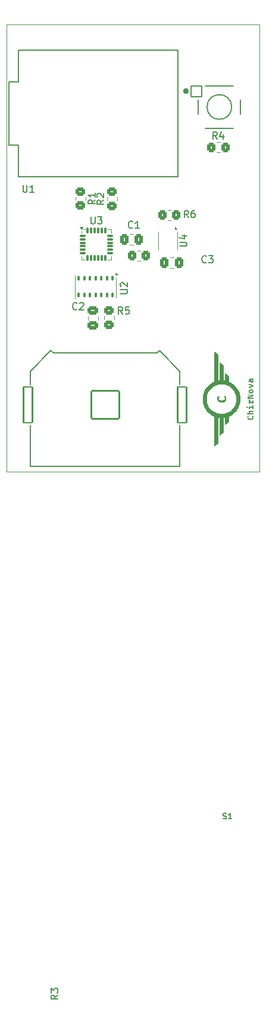
<source format=gto>
%TF.GenerationSoftware,KiCad,Pcbnew,8.0.8*%
%TF.CreationDate,2025-05-01T15:14:52+05:30*%
%TF.ProjectId,smart_ringfinal,736d6172-745f-4726-996e-6766696e616c,rev?*%
%TF.SameCoordinates,Original*%
%TF.FileFunction,Legend,Top*%
%TF.FilePolarity,Positive*%
%FSLAX46Y46*%
G04 Gerber Fmt 4.6, Leading zero omitted, Abs format (unit mm)*
G04 Created by KiCad (PCBNEW 8.0.8) date 2025-05-01 15:14:52*
%MOMM*%
%LPD*%
G01*
G04 APERTURE LIST*
G04 Aperture macros list*
%AMRoundRect*
0 Rectangle with rounded corners*
0 $1 Rounding radius*
0 $2 $3 $4 $5 $6 $7 $8 $9 X,Y pos of 4 corners*
0 Add a 4 corners polygon primitive as box body*
4,1,4,$2,$3,$4,$5,$6,$7,$8,$9,$2,$3,0*
0 Add four circle primitives for the rounded corners*
1,1,$1+$1,$2,$3*
1,1,$1+$1,$4,$5*
1,1,$1+$1,$6,$7*
1,1,$1+$1,$8,$9*
0 Add four rect primitives between the rounded corners*
20,1,$1+$1,$2,$3,$4,$5,0*
20,1,$1+$1,$4,$5,$6,$7,0*
20,1,$1+$1,$6,$7,$8,$9,0*
20,1,$1+$1,$8,$9,$2,$3,0*%
%AMFreePoly0*
4,1,6,0.500000,-0.850000,-0.500000,-0.850000,-0.500000,0.550000,-0.200000,0.850000,0.500000,0.850000,0.500000,-0.850000,0.500000,-0.850000,$1*%
G04 Aperture macros list end*
%ADD10C,0.150000*%
%ADD11C,0.120000*%
%ADD12C,0.127000*%
%ADD13C,0.400000*%
%ADD14C,0.000000*%
%ADD15RoundRect,0.075000X-0.350000X-0.075000X0.350000X-0.075000X0.350000X0.075000X-0.350000X0.075000X0*%
%ADD16RoundRect,0.075000X0.075000X-0.350000X0.075000X0.350000X-0.075000X0.350000X-0.075000X-0.350000X0*%
%ADD17RoundRect,0.250000X-0.475000X0.337500X-0.475000X-0.337500X0.475000X-0.337500X0.475000X0.337500X0*%
%ADD18RoundRect,0.250000X0.450000X-0.350000X0.450000X0.350000X-0.450000X0.350000X-0.450000X-0.350000X0*%
%ADD19RoundRect,0.250000X-0.350000X-0.450000X0.350000X-0.450000X0.350000X0.450000X-0.350000X0.450000X0*%
%ADD20RoundRect,0.250000X0.337500X0.475000X-0.337500X0.475000X-0.337500X-0.475000X0.337500X-0.475000X0*%
%ADD21C,2.109000*%
%ADD22RoundRect,0.102000X-1.980000X-1.980000X1.980000X-1.980000X1.980000X1.980000X-1.980000X1.980000X0*%
%ADD23RoundRect,0.102000X-0.635000X-2.540000X0.635000X-2.540000X0.635000X2.540000X-0.635000X2.540000X0*%
%ADD24RoundRect,0.250000X-0.450000X0.350000X-0.450000X-0.350000X0.450000X-0.350000X0.450000X0.350000X0*%
%ADD25RoundRect,0.102000X-0.749000X-0.749000X0.749000X-0.749000X0.749000X0.749000X-0.749000X0.749000X0*%
%ADD26C,1.702000*%
%ADD27RoundRect,0.087500X-0.087500X0.287500X-0.087500X-0.287500X0.087500X-0.287500X0.087500X0.287500X0*%
%ADD28R,0.250000X0.550000*%
%ADD29FreePoly0,270.000000*%
%TA.AperFunction,Profile*%
%ADD30C,0.050000*%
%TD*%
G04 APERTURE END LIST*
D10*
X118063095Y-144304819D02*
X118063095Y-145114342D01*
X118063095Y-145114342D02*
X118110714Y-145209580D01*
X118110714Y-145209580D02*
X118158333Y-145257200D01*
X118158333Y-145257200D02*
X118253571Y-145304819D01*
X118253571Y-145304819D02*
X118444047Y-145304819D01*
X118444047Y-145304819D02*
X118539285Y-145257200D01*
X118539285Y-145257200D02*
X118586904Y-145209580D01*
X118586904Y-145209580D02*
X118634523Y-145114342D01*
X118634523Y-145114342D02*
X118634523Y-144304819D01*
X119015476Y-144304819D02*
X119634523Y-144304819D01*
X119634523Y-144304819D02*
X119301190Y-144685771D01*
X119301190Y-144685771D02*
X119444047Y-144685771D01*
X119444047Y-144685771D02*
X119539285Y-144733390D01*
X119539285Y-144733390D02*
X119586904Y-144781009D01*
X119586904Y-144781009D02*
X119634523Y-144876247D01*
X119634523Y-144876247D02*
X119634523Y-145114342D01*
X119634523Y-145114342D02*
X119586904Y-145209580D01*
X119586904Y-145209580D02*
X119539285Y-145257200D01*
X119539285Y-145257200D02*
X119444047Y-145304819D01*
X119444047Y-145304819D02*
X119158333Y-145304819D01*
X119158333Y-145304819D02*
X119063095Y-145257200D01*
X119063095Y-145257200D02*
X119015476Y-145209580D01*
X116073333Y-157379580D02*
X116025714Y-157427200D01*
X116025714Y-157427200D02*
X115882857Y-157474819D01*
X115882857Y-157474819D02*
X115787619Y-157474819D01*
X115787619Y-157474819D02*
X115644762Y-157427200D01*
X115644762Y-157427200D02*
X115549524Y-157331961D01*
X115549524Y-157331961D02*
X115501905Y-157236723D01*
X115501905Y-157236723D02*
X115454286Y-157046247D01*
X115454286Y-157046247D02*
X115454286Y-156903390D01*
X115454286Y-156903390D02*
X115501905Y-156712914D01*
X115501905Y-156712914D02*
X115549524Y-156617676D01*
X115549524Y-156617676D02*
X115644762Y-156522438D01*
X115644762Y-156522438D02*
X115787619Y-156474819D01*
X115787619Y-156474819D02*
X115882857Y-156474819D01*
X115882857Y-156474819D02*
X116025714Y-156522438D01*
X116025714Y-156522438D02*
X116073333Y-156570057D01*
X116454286Y-156570057D02*
X116501905Y-156522438D01*
X116501905Y-156522438D02*
X116597143Y-156474819D01*
X116597143Y-156474819D02*
X116835238Y-156474819D01*
X116835238Y-156474819D02*
X116930476Y-156522438D01*
X116930476Y-156522438D02*
X116978095Y-156570057D01*
X116978095Y-156570057D02*
X117025714Y-156665295D01*
X117025714Y-156665295D02*
X117025714Y-156760533D01*
X117025714Y-156760533D02*
X116978095Y-156903390D01*
X116978095Y-156903390D02*
X116406667Y-157474819D01*
X116406667Y-157474819D02*
X117025714Y-157474819D01*
X119879819Y-141916666D02*
X119403628Y-142249999D01*
X119879819Y-142488094D02*
X118879819Y-142488094D01*
X118879819Y-142488094D02*
X118879819Y-142107142D01*
X118879819Y-142107142D02*
X118927438Y-142011904D01*
X118927438Y-142011904D02*
X118975057Y-141964285D01*
X118975057Y-141964285D02*
X119070295Y-141916666D01*
X119070295Y-141916666D02*
X119213152Y-141916666D01*
X119213152Y-141916666D02*
X119308390Y-141964285D01*
X119308390Y-141964285D02*
X119356009Y-142011904D01*
X119356009Y-142011904D02*
X119403628Y-142107142D01*
X119403628Y-142107142D02*
X119403628Y-142488094D01*
X118975057Y-141535713D02*
X118927438Y-141488094D01*
X118927438Y-141488094D02*
X118879819Y-141392856D01*
X118879819Y-141392856D02*
X118879819Y-141154761D01*
X118879819Y-141154761D02*
X118927438Y-141059523D01*
X118927438Y-141059523D02*
X118975057Y-141011904D01*
X118975057Y-141011904D02*
X119070295Y-140964285D01*
X119070295Y-140964285D02*
X119165533Y-140964285D01*
X119165533Y-140964285D02*
X119308390Y-141011904D01*
X119308390Y-141011904D02*
X119879819Y-141583332D01*
X119879819Y-141583332D02*
X119879819Y-140964285D01*
X113357319Y-254656666D02*
X112881128Y-254989999D01*
X113357319Y-255228094D02*
X112357319Y-255228094D01*
X112357319Y-255228094D02*
X112357319Y-254847142D01*
X112357319Y-254847142D02*
X112404938Y-254751904D01*
X112404938Y-254751904D02*
X112452557Y-254704285D01*
X112452557Y-254704285D02*
X112547795Y-254656666D01*
X112547795Y-254656666D02*
X112690652Y-254656666D01*
X112690652Y-254656666D02*
X112785890Y-254704285D01*
X112785890Y-254704285D02*
X112833509Y-254751904D01*
X112833509Y-254751904D02*
X112881128Y-254847142D01*
X112881128Y-254847142D02*
X112881128Y-255228094D01*
X112357319Y-254323332D02*
X112357319Y-253704285D01*
X112357319Y-253704285D02*
X112738271Y-254037618D01*
X112738271Y-254037618D02*
X112738271Y-253894761D01*
X112738271Y-253894761D02*
X112785890Y-253799523D01*
X112785890Y-253799523D02*
X112833509Y-253751904D01*
X112833509Y-253751904D02*
X112928747Y-253704285D01*
X112928747Y-253704285D02*
X113166842Y-253704285D01*
X113166842Y-253704285D02*
X113262080Y-253751904D01*
X113262080Y-253751904D02*
X113309700Y-253799523D01*
X113309700Y-253799523D02*
X113357319Y-253894761D01*
X113357319Y-253894761D02*
X113357319Y-254180475D01*
X113357319Y-254180475D02*
X113309700Y-254275713D01*
X113309700Y-254275713D02*
X113262080Y-254323332D01*
X134463333Y-150729580D02*
X134415714Y-150777200D01*
X134415714Y-150777200D02*
X134272857Y-150824819D01*
X134272857Y-150824819D02*
X134177619Y-150824819D01*
X134177619Y-150824819D02*
X134034762Y-150777200D01*
X134034762Y-150777200D02*
X133939524Y-150681961D01*
X133939524Y-150681961D02*
X133891905Y-150586723D01*
X133891905Y-150586723D02*
X133844286Y-150396247D01*
X133844286Y-150396247D02*
X133844286Y-150253390D01*
X133844286Y-150253390D02*
X133891905Y-150062914D01*
X133891905Y-150062914D02*
X133939524Y-149967676D01*
X133939524Y-149967676D02*
X134034762Y-149872438D01*
X134034762Y-149872438D02*
X134177619Y-149824819D01*
X134177619Y-149824819D02*
X134272857Y-149824819D01*
X134272857Y-149824819D02*
X134415714Y-149872438D01*
X134415714Y-149872438D02*
X134463333Y-149920057D01*
X134796667Y-149824819D02*
X135415714Y-149824819D01*
X135415714Y-149824819D02*
X135082381Y-150205771D01*
X135082381Y-150205771D02*
X135225238Y-150205771D01*
X135225238Y-150205771D02*
X135320476Y-150253390D01*
X135320476Y-150253390D02*
X135368095Y-150301009D01*
X135368095Y-150301009D02*
X135415714Y-150396247D01*
X135415714Y-150396247D02*
X135415714Y-150634342D01*
X135415714Y-150634342D02*
X135368095Y-150729580D01*
X135368095Y-150729580D02*
X135320476Y-150777200D01*
X135320476Y-150777200D02*
X135225238Y-150824819D01*
X135225238Y-150824819D02*
X134939524Y-150824819D01*
X134939524Y-150824819D02*
X134844286Y-150777200D01*
X134844286Y-150777200D02*
X134796667Y-150729580D01*
X123983333Y-145829580D02*
X123935714Y-145877200D01*
X123935714Y-145877200D02*
X123792857Y-145924819D01*
X123792857Y-145924819D02*
X123697619Y-145924819D01*
X123697619Y-145924819D02*
X123554762Y-145877200D01*
X123554762Y-145877200D02*
X123459524Y-145781961D01*
X123459524Y-145781961D02*
X123411905Y-145686723D01*
X123411905Y-145686723D02*
X123364286Y-145496247D01*
X123364286Y-145496247D02*
X123364286Y-145353390D01*
X123364286Y-145353390D02*
X123411905Y-145162914D01*
X123411905Y-145162914D02*
X123459524Y-145067676D01*
X123459524Y-145067676D02*
X123554762Y-144972438D01*
X123554762Y-144972438D02*
X123697619Y-144924819D01*
X123697619Y-144924819D02*
X123792857Y-144924819D01*
X123792857Y-144924819D02*
X123935714Y-144972438D01*
X123935714Y-144972438D02*
X123983333Y-145020057D01*
X124935714Y-145924819D02*
X124364286Y-145924819D01*
X124650000Y-145924819D02*
X124650000Y-144924819D01*
X124650000Y-144924819D02*
X124554762Y-145067676D01*
X124554762Y-145067676D02*
X124459524Y-145162914D01*
X124459524Y-145162914D02*
X124364286Y-145210533D01*
X108388095Y-139804819D02*
X108388095Y-140614342D01*
X108388095Y-140614342D02*
X108435714Y-140709580D01*
X108435714Y-140709580D02*
X108483333Y-140757200D01*
X108483333Y-140757200D02*
X108578571Y-140804819D01*
X108578571Y-140804819D02*
X108769047Y-140804819D01*
X108769047Y-140804819D02*
X108864285Y-140757200D01*
X108864285Y-140757200D02*
X108911904Y-140709580D01*
X108911904Y-140709580D02*
X108959523Y-140614342D01*
X108959523Y-140614342D02*
X108959523Y-139804819D01*
X109959523Y-140804819D02*
X109388095Y-140804819D01*
X109673809Y-140804819D02*
X109673809Y-139804819D01*
X109673809Y-139804819D02*
X109578571Y-139947676D01*
X109578571Y-139947676D02*
X109483333Y-140042914D01*
X109483333Y-140042914D02*
X109388095Y-140090533D01*
X136008333Y-133254819D02*
X135675000Y-132778628D01*
X135436905Y-133254819D02*
X135436905Y-132254819D01*
X135436905Y-132254819D02*
X135817857Y-132254819D01*
X135817857Y-132254819D02*
X135913095Y-132302438D01*
X135913095Y-132302438D02*
X135960714Y-132350057D01*
X135960714Y-132350057D02*
X136008333Y-132445295D01*
X136008333Y-132445295D02*
X136008333Y-132588152D01*
X136008333Y-132588152D02*
X135960714Y-132683390D01*
X135960714Y-132683390D02*
X135913095Y-132731009D01*
X135913095Y-132731009D02*
X135817857Y-132778628D01*
X135817857Y-132778628D02*
X135436905Y-132778628D01*
X136865476Y-132588152D02*
X136865476Y-133254819D01*
X136627381Y-132207200D02*
X136389286Y-132921485D01*
X136389286Y-132921485D02*
X137008333Y-132921485D01*
X118679819Y-141891666D02*
X118203628Y-142224999D01*
X118679819Y-142463094D02*
X117679819Y-142463094D01*
X117679819Y-142463094D02*
X117679819Y-142082142D01*
X117679819Y-142082142D02*
X117727438Y-141986904D01*
X117727438Y-141986904D02*
X117775057Y-141939285D01*
X117775057Y-141939285D02*
X117870295Y-141891666D01*
X117870295Y-141891666D02*
X118013152Y-141891666D01*
X118013152Y-141891666D02*
X118108390Y-141939285D01*
X118108390Y-141939285D02*
X118156009Y-141986904D01*
X118156009Y-141986904D02*
X118203628Y-142082142D01*
X118203628Y-142082142D02*
X118203628Y-142463094D01*
X118679819Y-140939285D02*
X118679819Y-141510713D01*
X118679819Y-141224999D02*
X117679819Y-141224999D01*
X117679819Y-141224999D02*
X117822676Y-141320237D01*
X117822676Y-141320237D02*
X117917914Y-141415475D01*
X117917914Y-141415475D02*
X117965533Y-141510713D01*
X136857063Y-229639697D02*
X136971520Y-229677849D01*
X136971520Y-229677849D02*
X137162281Y-229677849D01*
X137162281Y-229677849D02*
X137238586Y-229639697D01*
X137238586Y-229639697D02*
X137276738Y-229601544D01*
X137276738Y-229601544D02*
X137314890Y-229525240D01*
X137314890Y-229525240D02*
X137314890Y-229448935D01*
X137314890Y-229448935D02*
X137276738Y-229372631D01*
X137276738Y-229372631D02*
X137238586Y-229334479D01*
X137238586Y-229334479D02*
X137162281Y-229296326D01*
X137162281Y-229296326D02*
X137009672Y-229258174D01*
X137009672Y-229258174D02*
X136933368Y-229220022D01*
X136933368Y-229220022D02*
X136895216Y-229181870D01*
X136895216Y-229181870D02*
X136857063Y-229105565D01*
X136857063Y-229105565D02*
X136857063Y-229029261D01*
X136857063Y-229029261D02*
X136895216Y-228952956D01*
X136895216Y-228952956D02*
X136933368Y-228914804D01*
X136933368Y-228914804D02*
X137009672Y-228876652D01*
X137009672Y-228876652D02*
X137200434Y-228876652D01*
X137200434Y-228876652D02*
X137314890Y-228914804D01*
X138077935Y-229677849D02*
X137620108Y-229677849D01*
X137849022Y-229677849D02*
X137849022Y-228876652D01*
X137849022Y-228876652D02*
X137772717Y-228991108D01*
X137772717Y-228991108D02*
X137696413Y-229067413D01*
X137696413Y-229067413D02*
X137620108Y-229105565D01*
X122249819Y-155181904D02*
X123059342Y-155181904D01*
X123059342Y-155181904D02*
X123154580Y-155134285D01*
X123154580Y-155134285D02*
X123202200Y-155086666D01*
X123202200Y-155086666D02*
X123249819Y-154991428D01*
X123249819Y-154991428D02*
X123249819Y-154800952D01*
X123249819Y-154800952D02*
X123202200Y-154705714D01*
X123202200Y-154705714D02*
X123154580Y-154658095D01*
X123154580Y-154658095D02*
X123059342Y-154610476D01*
X123059342Y-154610476D02*
X122249819Y-154610476D01*
X122345057Y-154181904D02*
X122297438Y-154134285D01*
X122297438Y-154134285D02*
X122249819Y-154039047D01*
X122249819Y-154039047D02*
X122249819Y-153800952D01*
X122249819Y-153800952D02*
X122297438Y-153705714D01*
X122297438Y-153705714D02*
X122345057Y-153658095D01*
X122345057Y-153658095D02*
X122440295Y-153610476D01*
X122440295Y-153610476D02*
X122535533Y-153610476D01*
X122535533Y-153610476D02*
X122678390Y-153658095D01*
X122678390Y-153658095D02*
X123249819Y-154229523D01*
X123249819Y-154229523D02*
X123249819Y-153610476D01*
X122573333Y-158084819D02*
X122240000Y-157608628D01*
X122001905Y-158084819D02*
X122001905Y-157084819D01*
X122001905Y-157084819D02*
X122382857Y-157084819D01*
X122382857Y-157084819D02*
X122478095Y-157132438D01*
X122478095Y-157132438D02*
X122525714Y-157180057D01*
X122525714Y-157180057D02*
X122573333Y-157275295D01*
X122573333Y-157275295D02*
X122573333Y-157418152D01*
X122573333Y-157418152D02*
X122525714Y-157513390D01*
X122525714Y-157513390D02*
X122478095Y-157561009D01*
X122478095Y-157561009D02*
X122382857Y-157608628D01*
X122382857Y-157608628D02*
X122001905Y-157608628D01*
X123478095Y-157084819D02*
X123001905Y-157084819D01*
X123001905Y-157084819D02*
X122954286Y-157561009D01*
X122954286Y-157561009D02*
X123001905Y-157513390D01*
X123001905Y-157513390D02*
X123097143Y-157465771D01*
X123097143Y-157465771D02*
X123335238Y-157465771D01*
X123335238Y-157465771D02*
X123430476Y-157513390D01*
X123430476Y-157513390D02*
X123478095Y-157561009D01*
X123478095Y-157561009D02*
X123525714Y-157656247D01*
X123525714Y-157656247D02*
X123525714Y-157894342D01*
X123525714Y-157894342D02*
X123478095Y-157989580D01*
X123478095Y-157989580D02*
X123430476Y-158037200D01*
X123430476Y-158037200D02*
X123335238Y-158084819D01*
X123335238Y-158084819D02*
X123097143Y-158084819D01*
X123097143Y-158084819D02*
X123001905Y-158037200D01*
X123001905Y-158037200D02*
X122954286Y-157989580D01*
X131923333Y-144404819D02*
X131590000Y-143928628D01*
X131351905Y-144404819D02*
X131351905Y-143404819D01*
X131351905Y-143404819D02*
X131732857Y-143404819D01*
X131732857Y-143404819D02*
X131828095Y-143452438D01*
X131828095Y-143452438D02*
X131875714Y-143500057D01*
X131875714Y-143500057D02*
X131923333Y-143595295D01*
X131923333Y-143595295D02*
X131923333Y-143738152D01*
X131923333Y-143738152D02*
X131875714Y-143833390D01*
X131875714Y-143833390D02*
X131828095Y-143881009D01*
X131828095Y-143881009D02*
X131732857Y-143928628D01*
X131732857Y-143928628D02*
X131351905Y-143928628D01*
X132780476Y-143404819D02*
X132590000Y-143404819D01*
X132590000Y-143404819D02*
X132494762Y-143452438D01*
X132494762Y-143452438D02*
X132447143Y-143500057D01*
X132447143Y-143500057D02*
X132351905Y-143642914D01*
X132351905Y-143642914D02*
X132304286Y-143833390D01*
X132304286Y-143833390D02*
X132304286Y-144214342D01*
X132304286Y-144214342D02*
X132351905Y-144309580D01*
X132351905Y-144309580D02*
X132399524Y-144357200D01*
X132399524Y-144357200D02*
X132494762Y-144404819D01*
X132494762Y-144404819D02*
X132685238Y-144404819D01*
X132685238Y-144404819D02*
X132780476Y-144357200D01*
X132780476Y-144357200D02*
X132828095Y-144309580D01*
X132828095Y-144309580D02*
X132875714Y-144214342D01*
X132875714Y-144214342D02*
X132875714Y-143976247D01*
X132875714Y-143976247D02*
X132828095Y-143881009D01*
X132828095Y-143881009D02*
X132780476Y-143833390D01*
X132780476Y-143833390D02*
X132685238Y-143785771D01*
X132685238Y-143785771D02*
X132494762Y-143785771D01*
X132494762Y-143785771D02*
X132399524Y-143833390D01*
X132399524Y-143833390D02*
X132351905Y-143881009D01*
X132351905Y-143881009D02*
X132304286Y-143976247D01*
X130679819Y-148461904D02*
X131489342Y-148461904D01*
X131489342Y-148461904D02*
X131584580Y-148414285D01*
X131584580Y-148414285D02*
X131632200Y-148366666D01*
X131632200Y-148366666D02*
X131679819Y-148271428D01*
X131679819Y-148271428D02*
X131679819Y-148080952D01*
X131679819Y-148080952D02*
X131632200Y-147985714D01*
X131632200Y-147985714D02*
X131584580Y-147938095D01*
X131584580Y-147938095D02*
X131489342Y-147890476D01*
X131489342Y-147890476D02*
X130679819Y-147890476D01*
X131013152Y-146985714D02*
X131679819Y-146985714D01*
X130632200Y-147223809D02*
X131346485Y-147461904D01*
X131346485Y-147461904D02*
X131346485Y-146842857D01*
D11*
%TO.C,U3*%
X116675000Y-146540000D02*
X116675000Y-146315000D01*
X116675000Y-150375000D02*
X116675000Y-149850000D01*
X116675000Y-150375000D02*
X117200000Y-150375000D01*
X117200000Y-146075000D02*
X116975000Y-146075000D01*
X120975000Y-146075000D02*
X120450000Y-146075000D01*
X120975000Y-146075000D02*
X120975000Y-146600000D01*
X120975000Y-150375000D02*
X120450000Y-150375000D01*
X120975000Y-150375000D02*
X120975000Y-149850000D01*
X116675000Y-146075000D02*
X116435000Y-145745000D01*
X116915000Y-145745000D01*
X116675000Y-146075000D01*
G36*
X116675000Y-146075000D02*
G01*
X116435000Y-145745000D01*
X116915000Y-145745000D01*
X116675000Y-146075000D01*
G37*
%TO.C,C2*%
X117615000Y-158401248D02*
X117615000Y-158923752D01*
X119085000Y-158401248D02*
X119085000Y-158923752D01*
%TO.C,R2*%
X120340000Y-141977064D02*
X120340000Y-141522936D01*
X121810000Y-141977064D02*
X121810000Y-141522936D01*
%TO.C,R3*%
X124647936Y-149090000D02*
X125102064Y-149090000D01*
X124647936Y-150560000D02*
X125102064Y-150560000D01*
%TO.C,C3*%
X129823752Y-150090000D02*
X129301248Y-150090000D01*
X129823752Y-151560000D02*
X129301248Y-151560000D01*
%TO.C,C1*%
X124098752Y-146765000D02*
X123576248Y-146765000D01*
X124098752Y-148235000D02*
X123576248Y-148235000D01*
D12*
%TO.C,U1*%
X106420000Y-125145000D02*
X106420000Y-134145000D01*
X106420000Y-125145000D02*
X107720000Y-125145000D01*
X106420000Y-134145000D02*
X107720000Y-134145000D01*
X107720000Y-120645000D02*
X107720000Y-125145000D01*
X107720000Y-134145000D02*
X107720000Y-138645000D01*
X130420000Y-120645000D02*
X107720000Y-120645000D01*
X130420000Y-120645000D02*
X130420000Y-138645000D01*
X130420000Y-138645000D02*
X107720000Y-138645000D01*
%TO.C,BT1*%
X109475000Y-166257030D02*
X109475000Y-168080000D01*
X109475000Y-179708600D02*
X109475000Y-173880000D01*
X109475000Y-179708600D02*
X130685000Y-179708600D01*
X112345870Y-163238540D02*
X109475000Y-166257030D01*
X112345870Y-163238540D02*
X112714000Y-163588600D01*
X112714000Y-163588600D02*
X127446000Y-163588600D01*
X127446000Y-163588600D02*
X127814130Y-163238540D01*
X127814130Y-163238540D02*
X130685000Y-166257030D01*
X130685000Y-166257030D02*
X130685000Y-168080000D01*
X130685000Y-179708600D02*
X130685000Y-173880000D01*
D11*
%TO.C,R4*%
X135947936Y-133715000D02*
X136402064Y-133715000D01*
X135947936Y-135185000D02*
X136402064Y-135185000D01*
%TO.C,R1*%
X115840000Y-141497936D02*
X115840000Y-141952064D01*
X117310000Y-141497936D02*
X117310000Y-141952064D01*
D12*
%TO.C,S1*%
X133325000Y-127725000D02*
X133325000Y-129725000D01*
X134325000Y-125725000D02*
X138325000Y-125725000D01*
X134325000Y-131725000D02*
X138325000Y-131725000D01*
X139325000Y-127725000D02*
X139325000Y-129725000D01*
D13*
X131775000Y-126475000D02*
G75*
G02*
X131375000Y-126475000I-200000J0D01*
G01*
X131375000Y-126475000D02*
G75*
G02*
X131775000Y-126475000I200000J0D01*
G01*
D12*
X138075000Y-128725000D02*
G75*
G02*
X134575000Y-128725000I-1750000J0D01*
G01*
X134575000Y-128725000D02*
G75*
G02*
X138075000Y-128725000I1750000J0D01*
G01*
D14*
%TO.C,G\u002A\u002A\u002A*%
G36*
X140335063Y-171199500D02*
G01*
X140367108Y-171227634D01*
X140380063Y-171254650D01*
X140389990Y-171285139D01*
X140391871Y-171304444D01*
X140385923Y-171324987D01*
X140381484Y-171336126D01*
X140362920Y-171363847D01*
X140341976Y-171383024D01*
X140299326Y-171400584D01*
X140258137Y-171397120D01*
X140222880Y-171376440D01*
X140198027Y-171342351D01*
X140188051Y-171298660D01*
X140194413Y-171257403D01*
X140217684Y-171215636D01*
X140254574Y-171194329D01*
X140287583Y-171190517D01*
X140335063Y-171199500D01*
G37*
G36*
X141156760Y-171279350D02*
G01*
X141156760Y-171540689D01*
X141094230Y-171540689D01*
X141031699Y-171540689D01*
X141031699Y-171453146D01*
X141031699Y-171365603D01*
X140837854Y-171365603D01*
X140644008Y-171365603D01*
X140644008Y-171453146D01*
X140644008Y-171540689D01*
X140581477Y-171540689D01*
X140518947Y-171540689D01*
X140518947Y-171365603D01*
X140519215Y-171295918D01*
X140520337Y-171247435D01*
X140522784Y-171216345D01*
X140527029Y-171198841D01*
X140533547Y-171191114D01*
X140540832Y-171189407D01*
X140559865Y-171189009D01*
X140599546Y-171188573D01*
X140655515Y-171188135D01*
X140723408Y-171187727D01*
X140797209Y-171187392D01*
X141031699Y-171186487D01*
X141031699Y-171102984D01*
X141031699Y-171019481D01*
X141094230Y-171018746D01*
X141156760Y-171018011D01*
X141156760Y-171279350D01*
G37*
G36*
X140534000Y-167954026D02*
G01*
X140549923Y-167959311D01*
X140586259Y-167971194D01*
X140639625Y-167988574D01*
X140706636Y-168010349D01*
X140783907Y-168035419D01*
X140853486Y-168057964D01*
X141156760Y-168156178D01*
X141156760Y-168265334D01*
X141156760Y-168374489D01*
X140837854Y-168480880D01*
X140518947Y-168587270D01*
X140518947Y-168488792D01*
X140518947Y-168390314D01*
X140559592Y-168379092D01*
X140585355Y-168372410D01*
X140630327Y-168361187D01*
X140689384Y-168346684D01*
X140757406Y-168330160D01*
X140803308Y-168319100D01*
X140870575Y-168302578D01*
X140928449Y-168287665D01*
X140972932Y-168275447D01*
X141000027Y-168267010D01*
X141006533Y-168263833D01*
X140995067Y-168258857D01*
X140962998Y-168248765D01*
X140913964Y-168234603D01*
X140851602Y-168217416D01*
X140779550Y-168198250D01*
X140765943Y-168194699D01*
X140525200Y-168132062D01*
X140521494Y-168040182D01*
X140520523Y-167991531D01*
X140522853Y-167963972D01*
X140529031Y-167953735D01*
X140534000Y-167954026D01*
G37*
G36*
X141144254Y-171860814D02*
G01*
X141144254Y-171953392D01*
X140912068Y-171953392D01*
X140829776Y-171954091D01*
X140759251Y-171956066D01*
X140704077Y-171959137D01*
X140667836Y-171963123D01*
X140655692Y-171966338D01*
X140635760Y-171989542D01*
X140632777Y-172024313D01*
X140646318Y-172064225D01*
X140663879Y-172090000D01*
X140696256Y-172128478D01*
X140920255Y-172128478D01*
X141144254Y-172128478D01*
X141144254Y-172222274D01*
X141144254Y-172316071D01*
X140700286Y-172316071D01*
X140256317Y-172316071D01*
X140256180Y-172269173D01*
X140253819Y-172222432D01*
X140248330Y-172175615D01*
X140248290Y-172175376D01*
X140240539Y-172128478D01*
X140404087Y-172128478D01*
X140567635Y-172128478D01*
X140530785Y-172058425D01*
X140503467Y-171994549D01*
X140495407Y-171939913D01*
X140506126Y-171888390D01*
X140515839Y-171866738D01*
X140531485Y-171838003D01*
X140547691Y-171815852D01*
X140567809Y-171799392D01*
X140595192Y-171787728D01*
X140633190Y-171779966D01*
X140685156Y-171775213D01*
X140754442Y-171772573D01*
X140844399Y-171771153D01*
X140875362Y-171770837D01*
X141144254Y-171768235D01*
X141144254Y-171860814D01*
G37*
G36*
X141154103Y-169604545D02*
G01*
X141150507Y-169719410D01*
X140819094Y-169829246D01*
X140736089Y-169857113D01*
X140664112Y-169881979D01*
X140605601Y-169902943D01*
X140562995Y-169919102D01*
X140538731Y-169929557D01*
X140535248Y-169933405D01*
X140537706Y-169933254D01*
X140564670Y-169931209D01*
X140612259Y-169928734D01*
X140676093Y-169926011D01*
X140751792Y-169923219D01*
X140834976Y-169920539D01*
X140872245Y-169919458D01*
X141156760Y-169911492D01*
X141156760Y-169994480D01*
X141156760Y-170077469D01*
X140737351Y-170077469D01*
X140317942Y-170077469D01*
X140321522Y-169955885D01*
X140325101Y-169834301D01*
X140647684Y-169732309D01*
X140733218Y-169705016D01*
X140810880Y-169679759D01*
X140877483Y-169657613D01*
X140929837Y-169639653D01*
X140964753Y-169626954D01*
X140979042Y-169620593D01*
X140979097Y-169620536D01*
X140976846Y-169616659D01*
X140962915Y-169620814D01*
X140943828Y-169623834D01*
X140903468Y-169626982D01*
X140845573Y-169630079D01*
X140773878Y-169632945D01*
X140692123Y-169635402D01*
X140628375Y-169636831D01*
X140318848Y-169642791D01*
X140318848Y-169566235D01*
X140318848Y-169489680D01*
X140738274Y-169489680D01*
X141157699Y-169489680D01*
X141154103Y-169604545D01*
G37*
G36*
X140640768Y-170235559D02*
G01*
X140693675Y-170242461D01*
X140737071Y-170247981D01*
X140765111Y-170251383D01*
X140772196Y-170252105D01*
X140777795Y-170263576D01*
X140781150Y-170292073D01*
X140781576Y-170308833D01*
X140781576Y-170365111D01*
X140725298Y-170365111D01*
X140686830Y-170368588D01*
X140670382Y-170380495D01*
X140675262Y-170403043D01*
X140700775Y-170438444D01*
X140701859Y-170439736D01*
X140747539Y-170482978D01*
X140801139Y-170510606D01*
X140868125Y-170524716D01*
X140931151Y-170527691D01*
X141031699Y-170527691D01*
X141031699Y-170465160D01*
X141031699Y-170402629D01*
X141094230Y-170402629D01*
X141156760Y-170402629D01*
X141156760Y-170596474D01*
X141156760Y-170790320D01*
X141094230Y-170790320D01*
X141057213Y-170789500D01*
X141038754Y-170784460D01*
X141032401Y-170771329D01*
X141031699Y-170752801D01*
X141031699Y-170715283D01*
X140837854Y-170715283D01*
X140644008Y-170715283D01*
X140644008Y-170752801D01*
X140642660Y-170774949D01*
X140634331Y-170786033D01*
X140612593Y-170789880D01*
X140580990Y-170790320D01*
X140517973Y-170790320D01*
X140521586Y-170681420D01*
X140525200Y-170572520D01*
X140575224Y-170562439D01*
X140620682Y-170552385D01*
X140642713Y-170543101D01*
X140642538Y-170531102D01*
X140621375Y-170512901D01*
X140598153Y-170496908D01*
X140542611Y-170446590D01*
X140508978Y-170386529D01*
X140498351Y-170319458D01*
X140505971Y-170266806D01*
X140518719Y-170219464D01*
X140640768Y-170235559D01*
G37*
G36*
X141083174Y-172476342D02*
G01*
X141101984Y-172501925D01*
X141122942Y-172536510D01*
X141141877Y-172573246D01*
X141154134Y-172603712D01*
X141172432Y-172694671D01*
X141173310Y-172788614D01*
X141169061Y-172821049D01*
X141142136Y-172907488D01*
X141095018Y-172980779D01*
X141029546Y-173039617D01*
X140947556Y-173082697D01*
X140850888Y-173108715D01*
X140752893Y-173116465D01*
X140636387Y-173107686D01*
X140537602Y-173081296D01*
X140456417Y-173037215D01*
X140392711Y-172975361D01*
X140346363Y-172895655D01*
X140324449Y-172830234D01*
X140311992Y-172741833D01*
X140317742Y-172652853D01*
X140340624Y-172570542D01*
X140371576Y-172512880D01*
X140395820Y-172478325D01*
X140429244Y-172503306D01*
X140468375Y-172532502D01*
X140490569Y-172551889D01*
X140498142Y-172567625D01*
X140493411Y-172585869D01*
X140478691Y-172612779D01*
X140473729Y-172621571D01*
X140447999Y-172688440D01*
X140445708Y-172752742D01*
X140466577Y-172811532D01*
X140495340Y-172848353D01*
X140546642Y-172884840D01*
X140611943Y-172909770D01*
X140686010Y-172923365D01*
X140763609Y-172925850D01*
X140839508Y-172917447D01*
X140908473Y-172898380D01*
X140965272Y-172868873D01*
X141004672Y-172829148D01*
X141006306Y-172826547D01*
X141028101Y-172768281D01*
X141030631Y-172701795D01*
X141014121Y-172634546D01*
X140999571Y-172604308D01*
X140967744Y-172548627D01*
X141015354Y-172507855D01*
X141044167Y-172484307D01*
X141064989Y-172469349D01*
X141070682Y-172466614D01*
X141083174Y-172476342D01*
G37*
G36*
X140935686Y-168735680D02*
G01*
X141018782Y-168761784D01*
X141085157Y-168804327D01*
X141133238Y-168862523D01*
X141142331Y-168879665D01*
X141164708Y-168945647D01*
X141175457Y-169019790D01*
X141172958Y-169089387D01*
X141170652Y-169101989D01*
X141142233Y-169182389D01*
X141095510Y-169245955D01*
X141031023Y-169292298D01*
X140949315Y-169321031D01*
X140850927Y-169331764D01*
X140850360Y-169331772D01*
X140817649Y-169329000D01*
X140751869Y-169323425D01*
X140667847Y-169295759D01*
X140599326Y-169249304D01*
X140547337Y-169184591D01*
X140540681Y-169172690D01*
X140520550Y-169114193D01*
X140512272Y-169043468D01*
X140512778Y-169033030D01*
X140643593Y-169033030D01*
X140649466Y-169072007D01*
X140668933Y-169101761D01*
X140707116Y-169124724D01*
X140758520Y-169140386D01*
X140817649Y-169148234D01*
X140879009Y-169147757D01*
X140937103Y-169138443D01*
X140986438Y-169119781D01*
X141007821Y-169105369D01*
X141037455Y-169066264D01*
X141044858Y-169021562D01*
X141029751Y-168977549D01*
X141014337Y-168958428D01*
X140979993Y-168934311D01*
X140932930Y-168920066D01*
X140869128Y-168914881D01*
X140806908Y-168916503D01*
X140733685Y-168927225D01*
X140682232Y-168950049D01*
X140652288Y-168985232D01*
X140643593Y-169033030D01*
X140512778Y-169033030D01*
X140515822Y-168970296D01*
X140531174Y-168904460D01*
X140541455Y-168880729D01*
X140588198Y-168817147D01*
X140652772Y-168769470D01*
X140732717Y-168738977D01*
X140825574Y-168726946D01*
X140837438Y-168726804D01*
X140935686Y-168735680D01*
G37*
G36*
X137177218Y-169662626D02*
G01*
X137194895Y-169681430D01*
X137219567Y-169716963D01*
X137238768Y-169746056D01*
X137277127Y-169821807D01*
X137304949Y-169913062D01*
X137320835Y-170012044D01*
X137323390Y-170110974D01*
X137316241Y-170177518D01*
X137285718Y-170283937D01*
X137234340Y-170381336D01*
X137164955Y-170465812D01*
X137080411Y-170533459D01*
X137039771Y-170556570D01*
X136926586Y-170601002D01*
X136802157Y-170627662D01*
X136672463Y-170636453D01*
X136543486Y-170627278D01*
X136421205Y-170600038D01*
X136338202Y-170568033D01*
X136240449Y-170508807D01*
X136158857Y-170432204D01*
X136094883Y-170341083D01*
X136049989Y-170238304D01*
X136025634Y-170126727D01*
X136023278Y-170009212D01*
X136028729Y-169961787D01*
X136044188Y-169892729D01*
X136068368Y-169820877D01*
X136097839Y-169754752D01*
X136129170Y-169702880D01*
X136136847Y-169693189D01*
X136160552Y-169665335D01*
X136245212Y-169734687D01*
X136329873Y-169804040D01*
X136304353Y-169839879D01*
X136266943Y-169911468D01*
X136245683Y-169994875D01*
X136241842Y-170048274D01*
X136252921Y-170127293D01*
X136285420Y-170194795D01*
X136338232Y-170250135D01*
X136410249Y-170292663D01*
X136500364Y-170321734D01*
X136607468Y-170336698D01*
X136730455Y-170336909D01*
X136735076Y-170336639D01*
X136847658Y-170322057D01*
X136940088Y-170293230D01*
X137012190Y-170250300D01*
X137063788Y-170193408D01*
X137094704Y-170122698D01*
X137104766Y-170040170D01*
X137097426Y-169962700D01*
X137073407Y-169891828D01*
X137033123Y-169823382D01*
X137000154Y-169775646D01*
X137036828Y-169745537D01*
X137071352Y-169718421D01*
X137111275Y-169688695D01*
X137120734Y-169681911D01*
X137144678Y-169665334D01*
X137161992Y-169658083D01*
X137177218Y-169662626D01*
G37*
G36*
X141110526Y-167237895D02*
G01*
X141115236Y-167239201D01*
X141149368Y-167249803D01*
X141164939Y-167260754D01*
X141167567Y-167278810D01*
X141164796Y-167298795D01*
X141150936Y-167338021D01*
X141126731Y-167374754D01*
X141124279Y-167377409D01*
X141090858Y-167412293D01*
X141122695Y-167450129D01*
X141144548Y-167485636D01*
X141162840Y-167531463D01*
X141168152Y-167551476D01*
X141176736Y-167594287D01*
X141179633Y-167623760D01*
X141176760Y-167650933D01*
X141168034Y-167686846D01*
X141167115Y-167690299D01*
X141150262Y-167727519D01*
X141122654Y-167766027D01*
X141112269Y-167777034D01*
X141082511Y-167802115D01*
X141052496Y-167815832D01*
X141011392Y-167822554D01*
X140996325Y-167823785D01*
X140960742Y-167822460D01*
X140926557Y-167821188D01*
X140870383Y-167801397D01*
X140826730Y-167763105D01*
X140794526Y-167705005D01*
X140772696Y-167625790D01*
X140761199Y-167537370D01*
X140756593Y-167488097D01*
X140751638Y-167458692D01*
X140744388Y-167444061D01*
X140732897Y-167439112D01*
X140723500Y-167438670D01*
X140866113Y-167438670D01*
X140871506Y-167513239D01*
X140881692Y-167575024D01*
X140902434Y-167615246D01*
X140934879Y-167635515D01*
X140960742Y-167638769D01*
X141003994Y-167628970D01*
X141032123Y-167602435D01*
X141043555Y-167563453D01*
X141036712Y-167516315D01*
X141019330Y-167479315D01*
X141002190Y-167455067D01*
X140983360Y-167443028D01*
X140953639Y-167438997D01*
X140930330Y-167438670D01*
X140866113Y-167438670D01*
X140723500Y-167438670D01*
X140693234Y-167447291D01*
X140667361Y-167465342D01*
X140654144Y-167481076D01*
X140646854Y-167499593D01*
X140644472Y-167527424D01*
X140645980Y-167571099D01*
X140647383Y-167593530D01*
X140651478Y-167643623D01*
X140656342Y-167685512D01*
X140661066Y-167711708D01*
X140662079Y-167714827D01*
X140660709Y-167730318D01*
X140640548Y-167745156D01*
X140617008Y-167755455D01*
X140583192Y-167765897D01*
X140559080Y-167768188D01*
X140553756Y-167766124D01*
X140546404Y-167749671D01*
X140536314Y-167715537D01*
X140525483Y-167670599D01*
X140523835Y-167662965D01*
X140510719Y-167567369D01*
X140512628Y-167479680D01*
X140528733Y-167403178D01*
X140558208Y-167341144D01*
X140600225Y-167296859D01*
X140619063Y-167285489D01*
X140642898Y-167276083D01*
X140673356Y-167269697D01*
X140715322Y-167265828D01*
X140773681Y-167263974D01*
X140831944Y-167263604D01*
X140904887Y-167262994D01*
X140957143Y-167260891D01*
X140993014Y-167256859D01*
X141016802Y-167250459D01*
X141029851Y-167243461D01*
X141051433Y-167231790D01*
X141074921Y-167230104D01*
X141110526Y-167237895D01*
G37*
G36*
X135901049Y-163634208D02*
G01*
X136191817Y-163866596D01*
X136191817Y-165671392D01*
X136191825Y-165919425D01*
X136191858Y-166143646D01*
X136191932Y-166345255D01*
X136192063Y-166525453D01*
X136192266Y-166685441D01*
X136192557Y-166826417D01*
X136192951Y-166949583D01*
X136193463Y-167056140D01*
X136194109Y-167147287D01*
X136194904Y-167224225D01*
X136195864Y-167288153D01*
X136197005Y-167340274D01*
X136198341Y-167381786D01*
X136199889Y-167413891D01*
X136201664Y-167437788D01*
X136203681Y-167454678D01*
X136205955Y-167465761D01*
X136208503Y-167472238D01*
X136211340Y-167475309D01*
X136214481Y-167476175D01*
X136215084Y-167476189D01*
X136241387Y-167474529D01*
X136280095Y-167470352D01*
X136296315Y-167468244D01*
X136354280Y-167460299D01*
X136357465Y-166181429D01*
X136360650Y-164902558D01*
X136651418Y-165134946D01*
X136942186Y-165367335D01*
X136942186Y-166415509D01*
X136942202Y-166601688D01*
X136942272Y-166764429D01*
X136942432Y-166905307D01*
X136942716Y-167025896D01*
X136943159Y-167127771D01*
X136943797Y-167212506D01*
X136944664Y-167281676D01*
X136945796Y-167336855D01*
X136947226Y-167379618D01*
X136948991Y-167411539D01*
X136951125Y-167434193D01*
X136953663Y-167449155D01*
X136956639Y-167457998D01*
X136960090Y-167462297D01*
X136964050Y-167463627D01*
X136965453Y-167463683D01*
X136991766Y-167465343D01*
X137030467Y-167469519D01*
X137046609Y-167471617D01*
X137104498Y-167479552D01*
X137107759Y-166941421D01*
X137111019Y-166403291D01*
X137401788Y-166635682D01*
X137692556Y-166868073D01*
X137692556Y-167258566D01*
X137692556Y-167649059D01*
X137833250Y-167718379D01*
X138053478Y-167840405D01*
X138263865Y-167983948D01*
X138461164Y-168146398D01*
X138642128Y-168325146D01*
X138763299Y-168465980D01*
X138894276Y-168646964D01*
X139012921Y-168845790D01*
X139116757Y-169057314D01*
X139203306Y-169276389D01*
X139270089Y-169497869D01*
X139280364Y-169539902D01*
X139300770Y-169644738D01*
X139317685Y-169767319D01*
X139330654Y-169900562D01*
X139339223Y-170037384D01*
X139342937Y-170170702D01*
X139341343Y-170293435D01*
X139334879Y-170390123D01*
X139296091Y-170650139D01*
X139234360Y-170901678D01*
X139150498Y-171143555D01*
X139045316Y-171374587D01*
X138919626Y-171593589D01*
X138774239Y-171799377D01*
X138609967Y-171990767D01*
X138427622Y-172166574D01*
X138228015Y-172325615D01*
X138011957Y-172466706D01*
X137852009Y-172553830D01*
X137692556Y-172634053D01*
X137692556Y-173022990D01*
X137692556Y-173411926D01*
X137401788Y-173644317D01*
X137111019Y-173876708D01*
X137107759Y-173338578D01*
X137104498Y-172800448D01*
X137046609Y-172808382D01*
X137006410Y-172813225D01*
X136973675Y-172816033D01*
X136965453Y-172816317D01*
X136961320Y-172817021D01*
X136957708Y-172820181D01*
X136954581Y-172827374D01*
X136951904Y-172840173D01*
X136949643Y-172860152D01*
X136947762Y-172888886D01*
X136946226Y-172927950D01*
X136945002Y-172978919D01*
X136944052Y-173043366D01*
X136943344Y-173122866D01*
X136942841Y-173218994D01*
X136942509Y-173333324D01*
X136942313Y-173467430D01*
X136942217Y-173622888D01*
X136942188Y-173801272D01*
X136942186Y-173864491D01*
X136942186Y-174912665D01*
X136651418Y-175145053D01*
X136633690Y-175159222D01*
X136360650Y-175377441D01*
X136357464Y-174106824D01*
X136356933Y-173930656D01*
X136356248Y-173761562D01*
X136355426Y-173601218D01*
X136354484Y-173451302D01*
X136353437Y-173313488D01*
X136352303Y-173189452D01*
X136351097Y-173080871D01*
X136349836Y-172989420D01*
X136348536Y-172916776D01*
X136347214Y-172864614D01*
X136345886Y-172834611D01*
X136344958Y-172827687D01*
X136328285Y-172821675D01*
X136294898Y-172815001D01*
X136263727Y-172810589D01*
X136191817Y-172802011D01*
X136191817Y-174607707D01*
X136191817Y-176413403D01*
X135901049Y-176645791D01*
X135610281Y-176878179D01*
X135607118Y-174754230D01*
X135603956Y-172630282D01*
X135488310Y-172575433D01*
X135266285Y-172456460D01*
X135057003Y-172316837D01*
X134861790Y-172158172D01*
X134681977Y-171982072D01*
X134518890Y-171790144D01*
X134373860Y-171583995D01*
X134248215Y-171365232D01*
X134143282Y-171135462D01*
X134060391Y-170896293D01*
X134040219Y-170823706D01*
X134014210Y-170719689D01*
X133994243Y-170626651D01*
X133979602Y-170538439D01*
X133969571Y-170448897D01*
X133963432Y-170351868D01*
X133960469Y-170241197D01*
X133959911Y-170133747D01*
X133961015Y-170039252D01*
X134546791Y-170039252D01*
X134547365Y-170256684D01*
X134570666Y-170473808D01*
X134616995Y-170688767D01*
X134686654Y-170899705D01*
X134763058Y-171071708D01*
X134876706Y-171271807D01*
X135009402Y-171456338D01*
X135159884Y-171624327D01*
X135326884Y-171774800D01*
X135509139Y-171906781D01*
X135705383Y-172019297D01*
X135914353Y-172111372D01*
X136134782Y-172182033D01*
X136235589Y-172206200D01*
X136313297Y-172218816D01*
X136409646Y-172228021D01*
X136518492Y-172233774D01*
X136633690Y-172236031D01*
X136749096Y-172234752D01*
X136858568Y-172229895D01*
X136955960Y-172221417D01*
X137023476Y-172211554D01*
X137244207Y-172158258D01*
X137455390Y-172082818D01*
X137655638Y-171986526D01*
X137843567Y-171870674D01*
X138017790Y-171736551D01*
X138176922Y-171585448D01*
X138319578Y-171418656D01*
X138444373Y-171237467D01*
X138549919Y-171043170D01*
X138634833Y-170837057D01*
X138687878Y-170660985D01*
X138714491Y-170547998D01*
X138733090Y-170447343D01*
X138744617Y-170350382D01*
X138750015Y-170248476D01*
X138750225Y-170132986D01*
X138749462Y-170096228D01*
X138743703Y-169961863D01*
X138733314Y-169847316D01*
X138717856Y-169747746D01*
X138717745Y-169747173D01*
X138662274Y-169524889D01*
X138584841Y-169313336D01*
X138486587Y-169113663D01*
X138368656Y-168927019D01*
X138232189Y-168754552D01*
X138078329Y-168597411D01*
X137908216Y-168456744D01*
X137722993Y-168333701D01*
X137523802Y-168229430D01*
X137311785Y-168145080D01*
X137088085Y-168081799D01*
X137054742Y-168074439D01*
X137004391Y-168064482D01*
X136956693Y-168057117D01*
X136906385Y-168051961D01*
X136848202Y-168048633D01*
X136776880Y-168046750D01*
X136687154Y-168045930D01*
X136660798Y-168045845D01*
X136534981Y-168046909D01*
X136428027Y-168051304D01*
X136333915Y-168059856D01*
X136246622Y-168073390D01*
X136160126Y-168092731D01*
X136068404Y-168118705D01*
X136021956Y-168133381D01*
X135808881Y-168213637D01*
X135612263Y-168311506D01*
X135429195Y-168428764D01*
X135256771Y-168567192D01*
X135153806Y-168664559D01*
X135003731Y-168832163D01*
X134874274Y-169012454D01*
X134765734Y-169203577D01*
X134678415Y-169403675D01*
X134612617Y-169610891D01*
X134568642Y-169823369D01*
X134546791Y-170039252D01*
X133961015Y-170039252D01*
X133961477Y-169999749D01*
X133966326Y-169884154D01*
X133975295Y-169780469D01*
X133989219Y-169682206D01*
X134008934Y-169582873D01*
X134035276Y-169475980D01*
X134052909Y-169411550D01*
X134134301Y-169167525D01*
X134237832Y-168934084D01*
X134362407Y-168712545D01*
X134506933Y-168504224D01*
X134670317Y-168310438D01*
X134851466Y-168132503D01*
X135049285Y-167971736D01*
X135262682Y-167829452D01*
X135453841Y-167724851D01*
X135603956Y-167650358D01*
X135607118Y-165526089D01*
X135610281Y-163401821D01*
X135901049Y-163634208D01*
G37*
D11*
%TO.C,U2*%
X115825000Y-155860000D02*
X115825000Y-152550000D01*
X121645000Y-152950000D02*
X121645000Y-155840000D01*
X121855000Y-152510000D02*
X121575000Y-152510000D01*
X121575000Y-152230000D01*
X121855000Y-152510000D01*
G36*
X121855000Y-152510000D02*
G01*
X121575000Y-152510000D01*
X121575000Y-152230000D01*
X121855000Y-152510000D01*
G37*
%TO.C,R5*%
X119915000Y-158372936D02*
X119915000Y-158827064D01*
X121385000Y-158372936D02*
X121385000Y-158827064D01*
%TO.C,R6*%
X128972936Y-143340000D02*
X129427064Y-143340000D01*
X128972936Y-144810000D02*
X129427064Y-144810000D01*
%TO.C,U4*%
X127615000Y-146450000D02*
X127615000Y-148950000D01*
X130335000Y-146450000D02*
X130335000Y-148950000D01*
X130305000Y-146050000D02*
X130025000Y-146050000D01*
X130025000Y-145770000D01*
X130305000Y-146050000D01*
G36*
X130305000Y-146050000D02*
G01*
X130025000Y-146050000D01*
X130025000Y-145770000D01*
X130305000Y-146050000D01*
G37*
%TD*%
%LPC*%
D15*
%TO.C,U3*%
X116875000Y-146975000D03*
X116875000Y-147475000D03*
X116875000Y-147975000D03*
X116875000Y-148475000D03*
X116875000Y-148975000D03*
X116875000Y-149475000D03*
D16*
X117575000Y-150175000D03*
X118075000Y-150175000D03*
X118575000Y-150175000D03*
X119075000Y-150175000D03*
X119575000Y-150175000D03*
X120075000Y-150175000D03*
D15*
X120775000Y-149475000D03*
X120775000Y-148975000D03*
X120775000Y-148475000D03*
X120775000Y-147975000D03*
X120775000Y-147475000D03*
X120775000Y-146975000D03*
D16*
X120075000Y-146275000D03*
X119575000Y-146275000D03*
X119075000Y-146275000D03*
X118575000Y-146275000D03*
X118075000Y-146275000D03*
X117575000Y-146275000D03*
%TD*%
D17*
%TO.C,C2*%
X118350000Y-157625000D03*
X118350000Y-159700000D03*
%TD*%
D18*
%TO.C,R2*%
X121075000Y-142750000D03*
X121075000Y-140750000D03*
%TD*%
D19*
%TO.C,R3*%
X123875000Y-149825000D03*
X125875000Y-149825000D03*
%TD*%
D20*
%TO.C,C3*%
X130600000Y-150825000D03*
X128525000Y-150825000D03*
%TD*%
%TO.C,C1*%
X124875000Y-147500000D03*
X122800000Y-147500000D03*
%TD*%
D21*
%TO.C,U1*%
X126950000Y-122025000D03*
X124410000Y-122025000D03*
X121870000Y-122025000D03*
X119330000Y-122025000D03*
X114250000Y-122025000D03*
X116790000Y-122025000D03*
X109170000Y-137265000D03*
X109170000Y-122025000D03*
X111710000Y-137265000D03*
X114250000Y-137265000D03*
X116790000Y-137265000D03*
X119330000Y-137265000D03*
X121870000Y-137265000D03*
X124410000Y-137265000D03*
X126950000Y-137265000D03*
X111710000Y-122025000D03*
%TD*%
D22*
%TO.C,BT1*%
X120080000Y-170980000D03*
D23*
X109095000Y-170980000D03*
X131065000Y-170980000D03*
%TD*%
D19*
%TO.C,R4*%
X135175000Y-134450000D03*
X137175000Y-134450000D03*
%TD*%
D24*
%TO.C,R1*%
X116575000Y-140725000D03*
X116575000Y-142725000D03*
%TD*%
D25*
%TO.C,S1*%
X133075000Y-126475000D03*
D26*
X133075000Y-130975000D03*
X139575000Y-126475000D03*
X139575000Y-130975000D03*
%TD*%
D27*
%TO.C,U2*%
X121125000Y-153000000D03*
X120325000Y-153000000D03*
X119525000Y-153000000D03*
X118725000Y-153000000D03*
X117925000Y-153000000D03*
X117125000Y-153000000D03*
X116325000Y-153000000D03*
X116325000Y-155400000D03*
X117125000Y-155400000D03*
X117925000Y-155400000D03*
X118725000Y-155400000D03*
X119525000Y-155400000D03*
X120325000Y-155400000D03*
X121125000Y-155400000D03*
%TD*%
D24*
%TO.C,R5*%
X120650000Y-157600000D03*
X120650000Y-159600000D03*
%TD*%
D19*
%TO.C,R6*%
X128200000Y-144075000D03*
X130200000Y-144075000D03*
%TD*%
D28*
%TO.C,U4*%
X129725000Y-146525000D03*
X129225000Y-146525000D03*
X128725000Y-146525000D03*
X128225000Y-146525000D03*
X128225000Y-148875000D03*
X128725000Y-148875000D03*
X129225000Y-148875000D03*
X129725000Y-148875000D03*
D29*
X128975000Y-147700000D03*
%TD*%
%LPD*%
D30*
X106045000Y-117030000D02*
X142065000Y-117030000D01*
X142065000Y-180405000D01*
X106045000Y-180405000D01*
X106045000Y-117030000D01*
M02*

</source>
